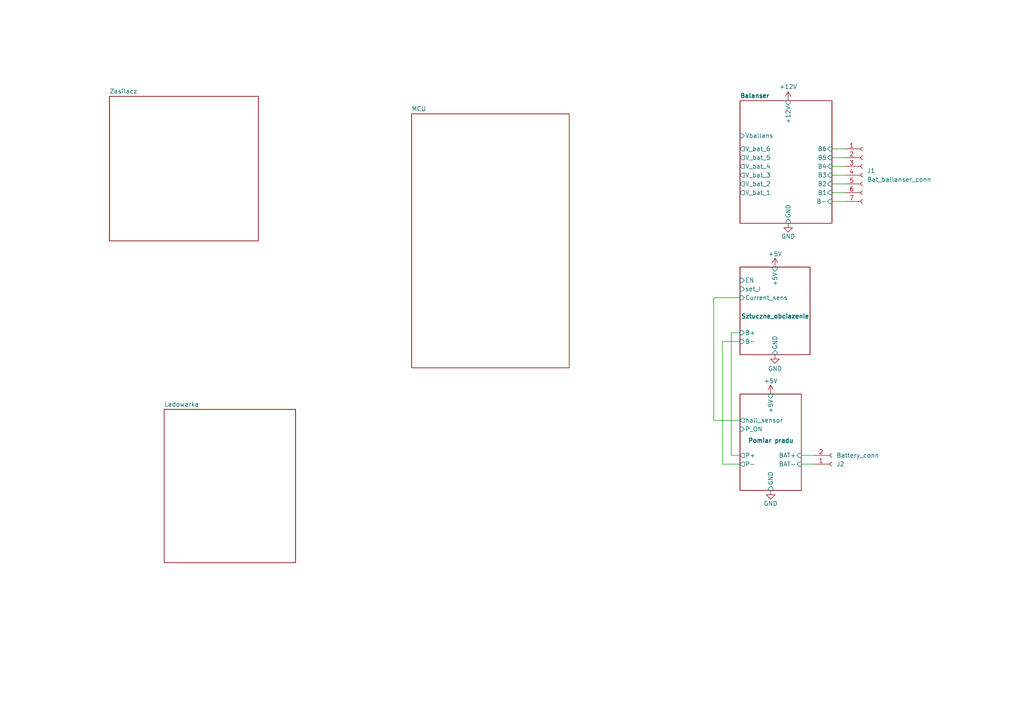
<source format=kicad_sch>
(kicad_sch (version 20231120) (generator "eeschema") (generator_version "8.0")
  (paper "A4")
  (lib_symbols
    (symbol "Connector:Conn_01x02_Socket" (pin_names (offset 1.016) hide)
      (property "Reference" "J" (at 0 2.54 0))
      (property "Value" "Conn_01x02_Socket" (at 0 -5.08 0))
      (symbol "Conn_01x02_Socket_1_1"
        (arc (start 0 -2.032) (mid -0.5058 -2.54) (end 0 -3.048) (stroke (width 0.1524)))
        (polyline (pts (xy -1.27 -2.54) (xy -0.508 -2.54)) (stroke (width 0.1524)))
        (polyline (pts (xy -1.27 0) (xy -0.508 0)) (stroke (width 0.1524)))
        (arc (start 0 0.508) (mid -0.5058 0) (end 0 -0.508) (stroke (width 0.1524)))
        (pin passive line (at -5.08 0 0) (length 3.81) (name "Pin_1") (number "1"))
        (pin passive line (at -5.08 -2.54 0) (length 3.81) (name "Pin_2") (number "2"))
      )
    )
    (symbol "Connector:Conn_01x07_Socket" (pin_names (offset 1.016) hide)
      (property "Reference" "J" (at 0 10.16 0))
      (property "Value" "Conn_01x07_Socket" (at 0 -10.16 0))
      (symbol "Conn_01x07_Socket_1_1"
        (arc (start 0 -7.112) (mid -0.5058 -7.62) (end 0 -8.128) (stroke (width 0.1524)))
        (arc (start 0 -4.572) (mid -0.5058 -5.08) (end 0 -5.588) (stroke (width 0.1524)))
        (arc (start 0 -2.032) (mid -0.5058 -2.54) (end 0 -3.048) (stroke (width 0.1524)))
        (polyline (pts (xy -1.27 -7.62) (xy -0.508 -7.62)) (stroke (width 0.1524)))
        (polyline (pts (xy -1.27 -5.08) (xy -0.508 -5.08)) (stroke (width 0.1524)))
        (polyline (pts (xy -1.27 -2.54) (xy -0.508 -2.54)) (stroke (width 0.1524)))
        (polyline (pts (xy -1.27 0) (xy -0.508 0)) (stroke (width 0.1524)))
        (polyline (pts (xy -1.27 2.54) (xy -0.508 2.54)) (stroke (width 0.1524)))
        (polyline (pts (xy -1.27 5.08) (xy -0.508 5.08)) (stroke (width 0.1524)))
        (polyline (pts (xy -1.27 7.62) (xy -0.508 7.62)) (stroke (width 0.1524)))
        (arc (start 0 0.508) (mid -0.5058 0) (end 0 -0.508) (stroke (width 0.1524)))
        (arc (start 0 3.048) (mid -0.5058 2.54) (end 0 2.032) (stroke (width 0.1524)))
        (arc (start 0 5.588) (mid -0.5058 5.08) (end 0 4.572) (stroke (width 0.1524)))
        (arc (start 0 8.128) (mid -0.5058 7.62) (end 0 7.112) (stroke (width 0.1524)))
        (pin passive line (at -5.08 7.62 0) (length 3.81) (name "Pin_1") (number "1"))
        (pin passive line (at -5.08 5.08 0) (length 3.81) (name "Pin_2") (number "2"))
        (pin passive line (at -5.08 2.54 0) (length 3.81) (name "Pin_3") (number "3"))
        (pin passive line (at -5.08 0 0) (length 3.81) (name "Pin_4") (number "4"))
        (pin passive line (at -5.08 -2.54 0) (length 3.81) (name "Pin_5") (number "5"))
        (pin passive line (at -5.08 -5.08 0) (length 3.81) (name "Pin_6") (number "6"))
        (pin passive line (at -5.08 -7.62 0) (length 3.81) (name "Pin_7") (number "7"))
      )
    )
    (symbol "power:+12V" (power) (pin_numbers hide) (pin_names (offset 0) hide)
      (property "Value" "+12V" (at 0 3.556 0))
      (symbol "+12V_0_1"
        (polyline (pts (xy -0.762 1.27) (xy 0 2.54)))
        (polyline (pts (xy 0 0) (xy 0 2.54)))
        (polyline (pts (xy 0 2.54) (xy 0.762 1.27)))
      )
      (symbol "+12V_1_1"
        (pin power_in line (at 0 0 90) (length 0) (name "~") (number "1"))
      )
    )
    (symbol "power:+5V" (power) (pin_numbers hide) (pin_names (offset 0) hide)
      (property "Value" "+5V" (at 0 3.556 0))
      (symbol "+5V_0_1"
        (polyline (pts (xy -0.762 1.27) (xy 0 2.54)))
        (polyline (pts (xy 0 0) (xy 0 2.54)))
        (polyline (pts (xy 0 2.54) (xy 0.762 1.27)))
      )
      (symbol "+5V_1_1"
        (pin power_in line (at 0 0 90) (length 0) (name "~") (number "1"))
      )
    )
    (symbol "power:GND" (power) (pin_numbers hide) (pin_names (offset 0) hide)
      (property "Value" "GND" (at 0 -3.81 0))
      (symbol "GND_0_1"
        (polyline (pts (xy 0 0) (xy 0 -1.27) (xy 1.27 -1.27) (xy 0 -2.54) (xy -1.27 -1.27) (xy 0 -1.27)))
      )
      (symbol "GND_1_1"
        (pin power_in line (at 0 0 270) (length 0) (name "~") (number "1"))
      )
    )
  )
  (wire (pts (xy 214.63 134.62) (xy 209.55 134.62)))
  (wire (pts (xy 207.01 86.36) (xy 214.63 86.36)))
  (wire (pts (xy 214.63 132.08) (xy 212.09 132.08)))
  (wire (pts (xy 232.41 134.62) (xy 236.22 134.62)))
  (wire (pts (xy 241.3 50.8) (xy 245.11 50.8)))
  (wire (pts (xy 212.09 132.08) (xy 212.09 96.52)))
  (wire (pts (xy 209.55 99.06) (xy 214.63 99.06)))
  (wire (pts (xy 241.3 53.34) (xy 245.11 53.34)))
  (wire (pts (xy 232.41 132.08) (xy 236.22 132.08)))
  (wire (pts (xy 241.3 58.42) (xy 245.11 58.42)))
  (wire (pts (xy 212.09 96.52) (xy 214.63 96.52)))
  (wire (pts (xy 241.3 48.26) (xy 245.11 48.26)))
  (wire (pts (xy 214.63 121.92) (xy 207.01 121.92)))
  (wire (pts (xy 241.3 43.18) (xy 245.11 43.18)))
  (wire (pts (xy 209.55 134.62) (xy 209.55 99.06)))
  (wire (pts (xy 241.3 45.72) (xy 245.11 45.72)))
  (wire (pts (xy 207.01 86.36) (xy 207.01 121.92)))
  (wire (pts (xy 241.3 55.88) (xy 245.11 55.88)))
  (symbol (lib_id "power:GND") (at 224.7787 102.87 0) (unit 1)
    (property "Reference" "#PWR037" (effects (hide yes)))
    (property "Value" "GND" (at 224.79 106.934 0))
    (property "Description" "Power symbol creates a global label with name \"GND\" , ground" (effects (hide yes)))
  )
  (symbol (lib_id "power:GND") (at 223.52 142.24 0) (unit 1)
    (property "Reference" "#PWR036" (effects (hide yes)))
    (property "Value" "GND" (at 223.52 146.05 0))
    (property "Description" "Power symbol creates a global label with name \"GND\" , ground" (effects (hide yes)))
  )
  (symbol (lib_id "Connector:Conn_01x07_Socket") (at 250.19 50.8 0) (unit 1)
    (property "Reference" "J1" (at 251.46 49.5299 0) (effects (justify left)))
    (property "Value" "Bat_ballanser_conn" (at 251.46 52.0699 0) (effects (justify left)))
    (property "Footprint" "Connector_PinHeader_2.54mm:PinHeader_1x07_P2.54mm_Horizontal" (effects (hide yes)))
    (property "Description" "Generic connector, single row, 01x07, script generated" (effects (hide yes)))
  )
  (symbol (lib_id "power:+5V") (at 224.79 77.47 0) (unit 1)
    (property "Reference" "#PWR038" (effects (hide yes)))
    (property "Value" "+5V" (at 224.79 73.66 0))
    (property "Description" "Power symbol creates a global label with name \"+5V\"" (effects (hide yes)))
  )
  (symbol (lib_id "power:+5V") (at 223.52 114.3 0) (unit 1)
    (property "Reference" "#PWR039" (effects (hide yes)))
    (property "Value" "+5V" (at 223.52 110.49 0))
    (property "Description" "Power symbol creates a global label with name \"+5V\"" (effects (hide yes)))
  )
  (symbol (lib_id "power:GND") (at 228.6 64.77 0) (unit 1)
    (property "Reference" "#PWR01" (effects (hide yes)))
    (property "Value" "GND" (at 228.6 68.58 0))
    (property "Description" "Power symbol creates a global label with name \"GND\" , ground" (effects (hide yes)))
  )
  (symbol (lib_id "Connector:Conn_01x02_Socket") (at 241.3 134.62 0) (mirror x) (unit 1)
    (property "Reference" "J2" (at 242.57 134.6201 0) (effects (justify left)))
    (property "Value" "Battery_conn" (at 242.57 132.0801 0) (effects (justify left)))
    (property "Footprint" "Connector_AMASS:AMASS_XT60PW-M_1x02_P7.20mm_Horizontal" (effects (hide yes)))
    (property "Description" "Generic connector, single row, 01x02, script generated" (effects (hide yes)))
  )
  (symbol (lib_id "power:+12V") (at 228.6 29.21 0) (unit 1)
    (property "Reference" "#PWR011" (effects (hide yes)))
    (property "Value" "+12V" (at 228.6 25.146 0))
    (property "Description" "Power symbol creates a global label with name \"+12V\"" (effects (hide yes)))
  )
  (sheet (at 214.63 114.3) (size 17.78 27.94) (stroke (width 0.1524))
    (property "Sheetname" "Pomiar pradu" (at 216.916 128.524 0) (effects (font (bold yes)) (justify left bottom)))
    (property "Sheetfile" "pomiar_pradu.kicad_sch" (effects (hide yes)))
    (pin "BAT-" input (at 232.41 134.62 0))
    (pin "BAT+" input (at 232.41 132.08 0))
    (pin "hall_sensor" output (at 214.63 121.92 180))
    (pin "P_ON" input (at 214.63 124.46 180))
    (pin "P-" output (at 214.63 134.62 180))
    (pin "P+" output (at 214.63 132.08 180))
    (pin "+5V" input (at 223.52 114.3 90))
    (pin "GND" input (at 223.52 142.24 270))
  )
  (sheet (at 214.63 29.21) (size 26.67 35.56) (stroke (width 0.1524))
    (property "Sheetname" "Balanser" (at 214.63 28.4984 0) (effects (font (bold yes)) (justify left bottom)))
    (property "Sheetfile" "balanser.kicad_sch" (effects (hide yes)))
    (pin "V_bat_5" output (at 214.63 45.72 180))
    (pin "V_bat_4" output (at 214.63 48.26 180))
    (pin "Vballans" input (at 214.63 39.37 180))
    (pin "V_bat_6" output (at 214.63 43.18 180))
    (pin "V_bat_1" output (at 214.63 55.88 180))
    (pin "V_bat_2" output (at 214.63 53.34 180))
    (pin "V_bat_3" output (at 214.63 50.8 180))
    (pin "B1" input (at 241.3 55.88 0))
    (pin "B-" input (at 241.3 58.42 0))
    (pin "B2" input (at 241.3 53.34 0))
    (pin "B5" input (at 241.3 45.72 0))
    (pin "B4" input (at 241.3 48.26 0))
    (pin "B3" input (at 241.3 50.8 0))
    (pin "B6" input (at 241.3 43.18 0))
    (pin "GND" input (at 228.6 64.77 270))
    (pin "+12V" input (at 228.6 29.21 90))
  )
  (sheet (at 31.75 27.94) (size 43.18 41.91) (stroke (width 0.1524))
    (property "Sheetname" "Zasilacz" (at 31.75 27.2284 0) (effects (justify left bottom)))
    (property "Sheetfile" "zasilacz.kicad_sch" (effects (hide yes)))
  )
  (sheet (at 214.63 77.47) (size 20.32 25.4) (stroke (width 0.1524))
    (property "Sheetname" "Sztuczne_obciazenie" (at 214.884 92.456 0) (effects (font (bold yes)) (justify left bottom)))
    (property "Sheetfile" "sztuczne_obciazenie.kicad_sch" (effects (hide yes)))
    (pin "EN" input (at 214.63 81.28 180))
    (pin "set_I" input (at 214.63 83.82 180))
    (pin "Current_sens" input (at 214.63 86.36 180))
    (pin "+5V" input (at 224.7787 77.47 90))
    (pin "GND" input (at 224.7787 102.87 270))
    (pin "B-" input (at 214.63 99.06 180))
    (pin "B+" input (at 214.63 96.52 180))
  )
  (sheet (at 119.38 33.02) (size 45.72 73.66) (stroke (width 0.1524))
    (property "Sheetname" "MCU" (at 119.38 32.3084 0) (effects (justify left bottom)))
    (property "Sheetfile" "mcu.kicad_sch" (effects (hide yes)))
  )
  (sheet (at 47.625 118.745) (size 38.1 44.45) (stroke (width 0.1524))
    (property "Sheetname" "Ladowarka" (at 47.625 118.0334 0) (effects (justify left bottom)))
    (property "Sheetfile" "ladowarka.kicad_sch" (effects (hide yes)))
  )
)
</source>
